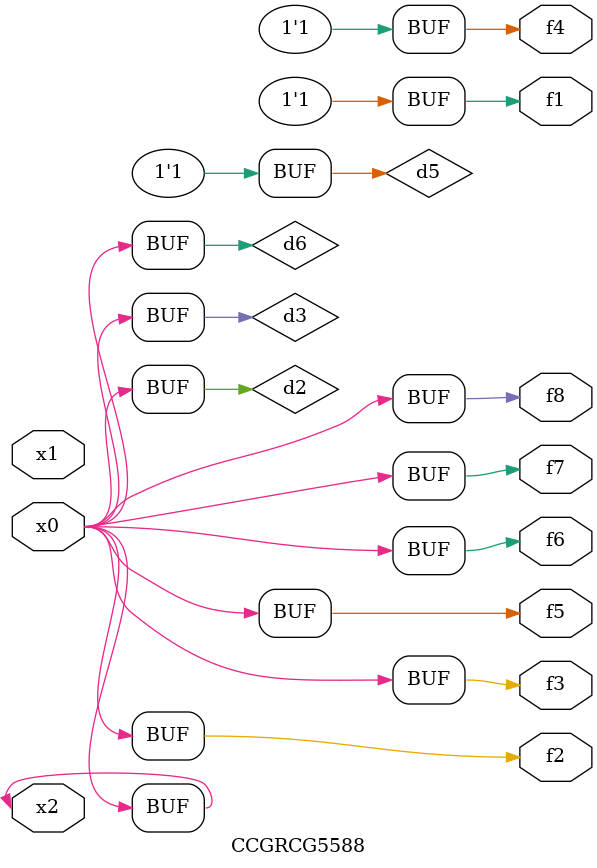
<source format=v>
module CCGRCG5588(
	input x0, x1, x2,
	output f1, f2, f3, f4, f5, f6, f7, f8
);

	wire d1, d2, d3, d4, d5, d6;

	xnor (d1, x2);
	buf (d2, x0, x2);
	and (d3, x0);
	xnor (d4, x1, x2);
	nand (d5, d1, d3);
	buf (d6, d2, d3);
	assign f1 = d5;
	assign f2 = d6;
	assign f3 = d6;
	assign f4 = d5;
	assign f5 = d6;
	assign f6 = d6;
	assign f7 = d6;
	assign f8 = d6;
endmodule

</source>
